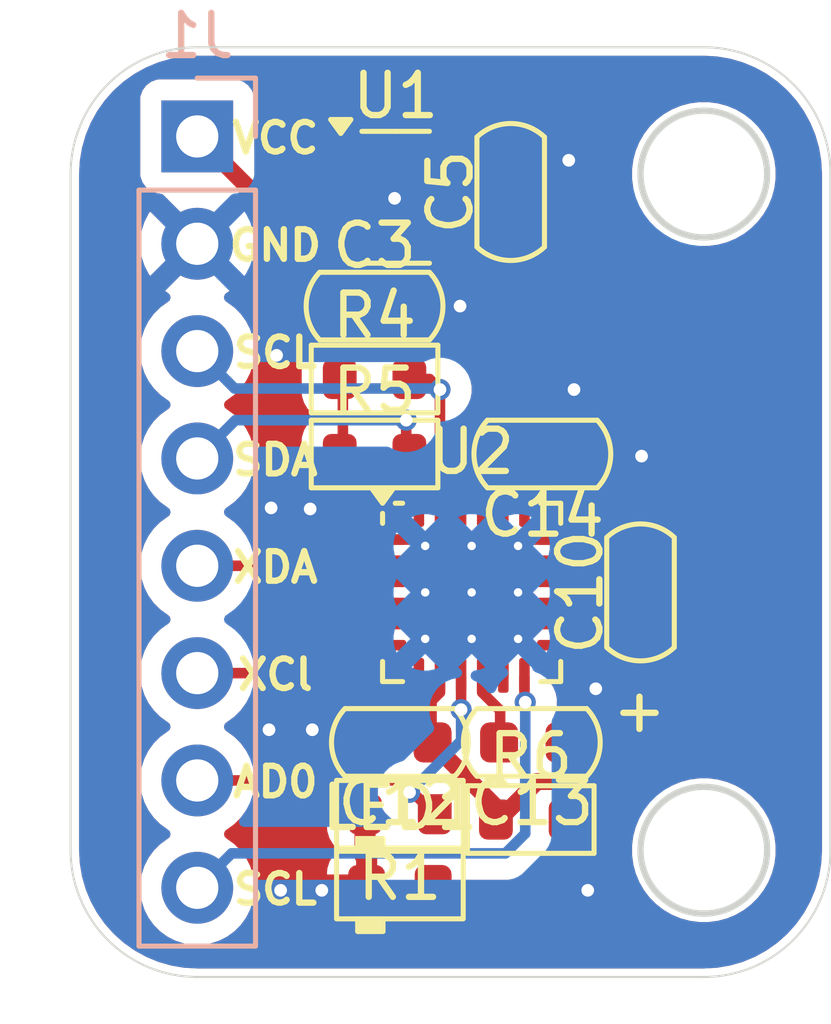
<source format=kicad_pcb>
(kicad_pcb (version 20241229) (generator "pcbnew") (generator_version "9.0")
  (layers (0 "F.Cu" signal) (2 "B.Cu" signal) (13 "F.Paste" user) (15 "B.Paste" user) (5 "F.SilkS" user "F.Silkscreen") (7 "B.SilkS" user "B.Silkscreen") (1 "F.Mask" user) (3 "B.Mask" user) (25 "Edge.Cuts" user))
  (net 0 "")
  (net 1 "+5V")
  (net 2 "GND")
  (net 3 "/SDA")
  (net 4 "/SCL")
  (net 5 "/XDA")
  (net 6 "/XCL")
  (net 7 "/AD0")
  (net 8 "/INT")
  (net 9 "+3.3V")
  (net 10 "Net-(U2-REGOUT)")
  (net 11 "Net-(U2-CPOUT)")
  (net 12 "Net-(LED1-A)")
  (footprint "PCM_Capacitor_SMD_AKL:C_0603_1608Metric" (layer "F.Cu") (at 123.2 81.125)
    (property "Reference" "C3" (at 0 -1.43 0) (layer "F.SilkS"))
    (property "Value" "10uF" (hide yes))
    (fp_line (start -1.3 0.800002) (end 1.3 0.8) (stroke (width 0.12)) (layer "F.SilkS"))
    (fp_line (start 1.3 -0.800002) (end -1.3 -0.8) (stroke (width 0.12)) (layer "F.SilkS"))
    (fp_arc (start -1.3 0.800002) (mid -1.619939 0.000001) (end -1.3 -0.8) (stroke (width 0.12)) (layer "F.SilkS"))
    (fp_arc (start 1.3 -0.800002) (mid 1.619939 -0.000001) (end 1.3 0.8) (stroke (width 0.12)) (layer "F.SilkS"))
    (pad "1" smd roundrect (at -0.775 0) (size 0.9 0.95) (layers "F.Cu" "F.Mask" "F.Paste") (net 1 "+5V"))
    (pad "2" smd roundrect (at 0.775 0) (size 0.9 0.95) (layers "F.Cu" "F.Mask" "F.Paste") (net 2 "GND"))
  )
  (footprint "PCM_Capacitor_SMD_AKL:C_0603_1608Metric" (layer "F.Cu") (at 129.5 87.9 90)
    (property "Reference" "C10" (at 0 -1.43 90) (layer "F.SilkS"))
    (property "Value" "10uF" (hide yes))
    (fp_line (start 1.3 -0.800002) (end -1.3 -0.8) (stroke (width 0.12)) (layer "F.SilkS"))
    (fp_line (start -1.3 0.800002) (end 1.3 0.8) (stroke (width 0.12)) (layer "F.SilkS"))
    (fp_arc (start 1.3 -0.800002) (mid 1.619939 -0.000001) (end 1.3 0.8) (stroke (width 0.12)) (layer "F.SilkS"))
    (fp_arc (start -1.3 0.800002) (mid -1.619939 0.000001) (end -1.3 -0.8) (stroke (width 0.12)) (layer "F.SilkS"))
    (pad "1" smd roundrect (at -0.775 0 90) (size 0.9 0.95) (layers "F.Cu" "F.Mask" "F.Paste") (net 9 "+3.3V"))
    (pad "2" smd roundrect (at 0.775 0 90) (size 0.9 0.95) (layers "F.Cu" "F.Mask" "F.Paste") (net 2 "GND"))
  )
  (footprint "PCM_Capacitor_SMD_AKL:C_0603_1608Metric" (layer "F.Cu") (at 123.8 91.45 180)
    (property "Reference" "C12" (at 0 -1.43 180) (layer "F.SilkS"))
    (property "Value" "100nF" (hide yes))
    (fp_line (start 1.3 -0.800002) (end -1.3 -0.8) (stroke (width 0.12)) (layer "F.SilkS"))
    (fp_line (start -1.3 0.800002) (end 1.3 0.8) (stroke (width 0.12)) (layer "F.SilkS"))
    (fp_arc (start 1.3 -0.800002) (mid 1.619939 -0.000001) (end 1.3 0.8) (stroke (width 0.12)) (layer "F.SilkS"))
    (fp_arc (start -1.3 0.800002) (mid -1.619939 0.000001) (end -1.3 -0.8) (stroke (width 0.12)) (layer "F.SilkS"))
    (pad "1" smd roundrect (at -0.775 0 180) (size 0.9 0.95) (layers "F.Cu" "F.Mask" "F.Paste") (net 9 "+3.3V"))
    (pad "2" smd roundrect (at 0.775 0 180) (size 0.9 0.95) (layers "F.Cu" "F.Mask" "F.Paste") (net 2 "GND"))
  )
  (footprint "PCM_Capacitor_SMD_AKL:C_0603_1608Metric" (layer "F.Cu") (at 126.425 78.425 90)
    (property "Reference" "C5" (at 0 -1.43 90) (layer "F.SilkS"))
    (property "Value" "100nF" (hide yes))
    (fp_line (start 1.3 -0.800002) (end -1.3 -0.8) (stroke (width 0.12)) (layer "F.SilkS"))
    (fp_line (start -1.3 0.800002) (end 1.3 0.8) (stroke (width 0.12)) (layer "F.SilkS"))
    (fp_arc (start 1.3 -0.800002) (mid 1.619939 -0.000001) (end 1.3 0.8) (stroke (width 0.12)) (layer "F.SilkS"))
    (fp_arc (start -1.3 0.800002) (mid -1.619939 0.000001) (end -1.3 -0.8) (stroke (width 0.12)) (layer "F.SilkS"))
    (pad "1" smd roundrect (at -0.775 0 90) (size 0.9 0.95) (layers "F.Cu" "F.Mask" "F.Paste") (net 9 "+3.3V"))
    (pad "2" smd roundrect (at 0.775 0 90) (size 0.9 0.95) (layers "F.Cu" "F.Mask" "F.Paste") (net 2 "GND"))
  )
  (footprint "PCM_Capacitor_SMD_AKL:C_0603_1608Metric" (layer "F.Cu") (at 126.925 91.45 180)
    (property "Reference" "C13" (at 0 -1.43 0) (layer "F.SilkS"))
    (property "Value" "100nF" (hide yes))
    (fp_line (start 1.3 -0.800002) (end -1.3 -0.8) (stroke (width 0.12)) (layer "F.SilkS"))
    (fp_line (start -1.3 0.800002) (end 1.3 0.8) (stroke (width 0.12)) (layer "F.SilkS"))
    (fp_arc (start 1.3 -0.800002) (mid 1.619939 -0.000001) (end 1.3 0.8) (stroke (width 0.12)) (layer "F.SilkS"))
    (fp_arc (start -1.3 0.800002) (mid -1.619939 0.000001) (end -1.3 -0.8) (stroke (width 0.12)) (layer "F.SilkS"))
    (pad "1" smd roundrect (at -0.775 0 180) (size 0.9 0.95) (layers "F.Cu" "F.Mask" "F.Paste") (net 2 "GND"))
    (pad "2" smd roundrect (at 0.775 0 180) (size 0.9 0.95) (layers "F.Cu" "F.Mask" "F.Paste") (net 10 "Net-(U2-REGOUT)"))
  )
  (footprint "PCM_Capacitor_SMD_AKL:C_0603_1608Metric" (layer "F.Cu") (at 127.175 84.625 180)
    (property "Reference" "C14" (at 0 -1.43 180) (layer "F.SilkS"))
    (property "Value" "2.2nF" (hide yes))
    (fp_line (start 1.3 -0.800002) (end -1.3 -0.8) (stroke (width 0.12)) (layer "F.SilkS"))
    (fp_line (start -1.3 0.800002) (end 1.3 0.8) (stroke (width 0.12)) (layer "F.SilkS"))
    (fp_arc (start 1.3 -0.800002) (mid 1.619939 -0.000001) (end 1.3 0.8) (stroke (width 0.12)) (layer "F.SilkS"))
    (fp_arc (start -1.3 0.800002) (mid -1.619939 0.000001) (end -1.3 -0.8) (stroke (width 0.12)) (layer "F.SilkS"))
    (pad "1" smd roundrect (at -0.775 0 180) (size 0.9 0.95) (layers "F.Cu" "F.Mask" "F.Paste") (net 2 "GND"))
    (pad "2" smd roundrect (at 0.775 0 180) (size 0.9 0.95) (layers "F.Cu" "F.Mask" "F.Paste") (net 11 "Net-(U2-CPOUT)"))
  )
  (footprint "PCM_Resistor_SMD_AKL:R_0603_1608Metric" (layer "F.Cu") (at 123.8 93.15 180)
    (property "Reference" "R1" (at 0 -1.5 180) (layer "F.SilkS"))
    (property "Value" "4.7K" (hide yes))
    (fp_line (start 1.5 0.8) (end 1.5 -0.8) (stroke (width 0.12)) (layer "F.SilkS"))
    (fp_line (start 1.5 -0.8) (end -1.5 -0.8) (stroke (width 0.12)) (layer "F.SilkS"))
    (fp_line (start -1.5 0.8) (end 1.5 0.8) (stroke (width 0.12)) (layer "F.SilkS"))
    (fp_line (start -1.5 -0.8) (end -1.5 0.8) (stroke (width 0.12)) (layer "F.SilkS"))
    (pad "1" smd roundrect (at -0.825 0 180) (size 0.8 0.95) (layers "F.Cu" "F.Mask" "F.Paste") (net 7 "/AD0"))
    (pad "2" smd roundrect (at 0.825 0 180) (size 0.8 0.95) (layers "F.Cu" "F.Mask" "F.Paste") (net 2 "GND"))
  )
  (footprint "Package_TO_SOT_SMD:SOT-23-5" (layer "F.Cu") (at 123.7 78.55)
    (property "Reference" "U1" (at 0 -2.4 0) (layer "F.SilkS"))
    (property "Value" "SPX3819M5-L-3-3")
    (fp_line (start 0 -1.56) (end -0.8 -1.56) (stroke (width 0.12)) (layer "F.SilkS"))
    (fp_line (start 0 -1.56) (end 0.8 -1.56) (stroke (width 0.12)) (layer "F.SilkS"))
    (fp_line (start 0 1.56) (end -0.8 1.56) (stroke (width 0.12)) (layer "F.SilkS"))
    (fp_line (start 0 1.56) (end 0.8 1.56) (stroke (width 0.12)) (layer "F.SilkS"))
    (fp_poly (pts (xy -1.3 -1.51) (xy -1.54 -1.84) (xy -1.06 -1.84)) (stroke (width 0.12)) (fill yes) (layer "F.SilkS"))
    (pad "1" smd roundrect (at -1.1375 -0.95) (size 1.325 0.6) (layers "F.Cu" "F.Mask" "F.Paste") (net 1 "+5V"))
    (pad "2" smd roundrect (at -1.1375 0) (size 1.325 0.6) (layers "F.Cu" "F.Mask" "F.Paste") (net 2 "GND"))
    (pad "3" smd roundrect (at -1.1375 0.95) (size 1.325 0.6) (layers "F.Cu" "F.Mask" "F.Paste") (net 1 "+5V"))
    (pad "4" smd roundrect (at 1.1375 0.95) (size 1.325 0.6) (layers "F.Cu" "F.Mask" "F.Paste"))
    (pad "5" smd roundrect (at 1.1375 -0.95) (size 1.325 0.6) (layers "F.Cu" "F.Mask" "F.Paste") (net 9 "+3.3V"))
  )
  (footprint "Package_DFN_QFN:QFN-24-1EP_4x4mm_P0.5mm_EP2.7x2.7mm_ThermalVias" (layer "F.Cu") (at 125.5 87.9)
    (property "Reference" "U2" (at 0 -3.33 0) (layer "F.SilkS"))
    (property "Value" "MPU-6050")
    (fp_line (start -2.11 -1.635) (end -2.11 -1.87) (stroke (width 0.12)) (layer "F.SilkS"))
    (fp_line (start -2.11 2.11) (end -2.11 1.635) (stroke (width 0.12)) (layer "F.SilkS"))
    (fp_line (start -1.635 -2.11) (end -1.81 -2.11) (stroke (width 0.12)) (layer "F.SilkS"))
    (fp_line (start -1.635 2.11) (end -2.11 2.11) (stroke (width 0.12)) (layer "F.SilkS"))
    (fp_line (start 1.635 -2.11) (end 2.11 -2.11) (stroke (width 0.12)) (layer "F.SilkS"))
    (fp_line (start 1.635 2.11) (end 2.11 2.11) (stroke (width 0.12)) (layer "F.SilkS"))
    (fp_line (start 2.11 -2.11) (end 2.11 -1.635) (stroke (width 0.12)) (layer "F.SilkS"))
    (fp_line (start 2.11 2.11) (end 2.11 1.635) (stroke (width 0.12)) (layer "F.SilkS"))
    (fp_poly (pts (xy -2.11 -2.11) (xy -2.35 -2.44) (xy -1.87 -2.44)) (stroke (width 0.12)) (fill yes) (layer "F.SilkS"))
    (pad "1" smd roundrect (at -1.9625 -1.25) (size 0.825 0.25) (layers "F.Cu" "F.Mask" "F.Paste") (net 2 "GND"))
    (pad "2" smd roundrect (at -1.9625 -0.75) (size 0.825 0.25) (layers "F.Cu" "F.Mask" "F.Paste"))
    (pad "3" smd roundrect (at -1.9625 -0.25) (size 0.825 0.25) (layers "F.Cu" "F.Mask" "F.Paste"))
    (pad "4" smd roundrect (at -1.9625 0.25) (size 0.825 0.25) (layers "F.Cu" "F.Mask" "F.Paste"))
    (pad "5" smd roundrect (at -1.9625 0.75) (size 0.825 0.25) (layers "F.Cu" "F.Mask" "F.Paste"))
    (pad "6" smd roundrect (at -1.9625 1.25) (size 0.825 0.25) (layers "F.Cu" "F.Mask" "F.Paste") (net 5 "/XDA"))
    (pad "7" smd roundrect (at -1.25 1.9625) (size 0.25 0.825) (layers "F.Cu" "F.Mask" "F.Paste") (net 6 "/XCL"))
    (pad "8" smd roundrect (at -0.75 1.9625) (size 0.25 0.825) (layers "F.Cu" "F.Mask" "F.Paste") (net 9 "+3.3V"))
    (pad "9" smd roundrect (at -0.25 1.9625) (size 0.25 0.825) (layers "F.Cu" "F.Mask" "F.Paste") (net 7 "/AD0"))
    (pad "10" smd roundrect (at 0.25 1.9625) (size 0.25 0.825) (layers "F.Cu" "F.Mask" "F.Paste") (net 10 "Net-(U2-REGOUT)"))
    (pad "11" smd roundrect (at 0.75 1.9625) (size 0.25 0.825) (layers "F.Cu" "F.Mask" "F.Paste") (net 2 "GND"))
    (pad "12" smd roundrect (at 1.25 1.9625) (size 0.25 0.825) (layers "F.Cu" "F.Mask" "F.Paste") (net 8 "/INT"))
    (pad "13" smd roundrect (at 1.9625 1.25) (size 0.825 0.25) (layers "F.Cu" "F.Mask" "F.Paste") (net 9 "+3.3V"))
    (pad "14" smd roundrect (at 1.9625 0.75) (size 0.825 0.25) (layers "F.Cu" "F.Mask" "F.Paste"))
    (pad "15" smd roundrect (at 1.9625 0.25) (size 0.825 0.25) (layers "F.Cu" "F.Mask" "F.Paste"))
    (pad "16" smd roundrect (at 1.9625 -0.25) (size 0.825 0.25) (layers "F.Cu" "F.Mask" "F.Paste"))
    (pad "17" smd roundrect (at 1.9625 -0.75) (size 0.825 0.25) (layers "F.Cu" "F.Mask" "F.Paste"))
    (pad "18" smd roundrect (at 1.9625 -1.25) (size 0.825 0.25) (layers "F.Cu" "F.Mask" "F.Paste") (net 2 "GND"))
    (pad "19" smd roundrect (at 1.25 -1.9625) (size 0.25 0.825) (layers "F.Cu" "F.Mask" "F.Paste"))
    (pad "20" smd roundrect (at 0.75 -1.9625) (size 0.25 0.825) (layers "F.Cu" "F.Mask" "F.Paste") (net 11 "Net-(U2-CPOUT)"))
    (pad "21" smd roundrect (at 0.25 -1.9625) (size 0.25 0.825) (layers "F.Cu" "F.Mask" "F.Paste"))
    (pad "22" smd roundrect (at -0.25 -1.9625) (size 0.25 0.825) (layers "F.Cu" "F.Mask" "F.Paste"))
    (pad "23" smd roundrect (at -0.75 -1.9625) (size 0.25 0.825) (layers "F.Cu" "F.Mask" "F.Paste") (net 4 "/SCL"))
    (pad "24" smd roundrect (at -1.25 -1.9625) (size 0.25 0.825) (layers "F.Cu" "F.Mask" "F.Paste") (net 3 "/SDA"))
    (pad "25" thru_hole circle (at -1.1 -1.1) (size 0.5 0.5) (drill 0.2) (property pad_prop_heatsink) (layers "*.Cu") (net 2 "GND"))
    (pad "25" thru_hole circle (at -1.1 0) (size 0.5 0.5) (drill 0.2) (property pad_prop_heatsink) (layers "*.Cu") (net 2 "GND"))
    (pad "25" thru_hole circle (at -1.1 1.1) (size 0.5 0.5) (drill 0.2) (property pad_prop_heatsink) (layers "*.Cu") (net 2 "GND"))
    (pad "25" thru_hole circle (at 0 -1.1) (size 0.5 0.5) (drill 0.2) (property pad_prop_heatsink) (layers "*.Cu") (net 2 "GND"))
    (pad "25" thru_hole circle (at 0 0) (size 0.5 0.5) (drill 0.2) (property pad_prop_heatsink) (layers "*.Cu") (net 2 "GND"))
    (pad "25" smd rect (at 0 0) (size 2.7 2.7) (property pad_prop_heatsink) (layers "F.Cu" "F.Mask") (net 2 "GND"))
    (pad "25" smd rect (at 0 0) (size 2.7 2.7) (property pad_prop_heatsink) (layers "B.Cu") (net 2 "GND"))
    (pad "25" thru_hole circle (at 0 1.1) (size 0.5 0.5) (drill 0.2) (property pad_prop_heatsink) (layers "*.Cu") (net 2 "GND"))
    (pad "25" thru_hole circle (at 1.1 -1.1) (size 0.5 0.5) (drill 0.2) (property pad_prop_heatsink) (layers "*.Cu") (net 2 "GND"))
    (pad "25" thru_hole circle (at 1.1 0) (size 0.5 0.5) (drill 0.2) (property pad_prop_heatsink) (layers "*.Cu") (net 2 "GND"))
    (pad "25" thru_hole circle (at 1.1 1.1) (size 0.5 0.5) (drill 0.2) (property pad_prop_heatsink) (layers "*.Cu") (net 2 "GND"))
  )
  (footprint "PCM_Resistor_SMD_AKL:R_0603_1608Metric" (layer "F.Cu") (at 123.2 84.625)
    (property "Reference" "R5" (at 0 -1.5 0) (layer "F.SilkS"))
    (property "Value" "4.7K" (hide yes))
    (fp_line (start -1.5 -0.8) (end -1.5 0.8) (stroke (width 0.12)) (layer "F.SilkS"))
    (fp_line (start -1.5 0.8) (end 1.5 0.8) (stroke (width 0.12)) (layer "F.SilkS"))
    (fp_line (start 1.5 -0.8) (end -1.5 -0.8) (stroke (width 0.12)) (layer "F.SilkS"))
    (fp_line (start 1.5 0.8) (end 1.5 -0.8) (stroke (width 0.12)) (layer "F.SilkS"))
    (pad "1" smd roundrect (at -0.825 0) (size 0.8 0.95) (layers "F.Cu" "F.Mask" "F.Paste") (net 9 "+3.3V"))
    (pad "2" smd roundrect (at 0.825 0) (size 0.8 0.95) (layers "F.Cu" "F.Mask" "F.Paste") (net 3 "/SDA"))
  )
  (footprint "PCM_Resistor_SMD_AKL:R_0603_1608Metric" (layer "F.Cu") (at 123.2 82.85)
    (property "Reference" "R4" (at 0 -1.5 0) (layer "F.SilkS"))
    (property "Value" "4.7K" (hide yes))
    (fp_line (start -1.5 -0.8) (end -1.5 0.8) (stroke (width 0.12)) (layer "F.SilkS"))
    (fp_line (start -1.5 0.8) (end 1.5 0.8) (stroke (width 0.12)) (layer "F.SilkS"))
    (fp_line (start 1.5 -0.8) (end -1.5 -0.8) (stroke (width 0.12)) (layer "F.SilkS"))
    (fp_line (start 1.5 0.8) (end 1.5 -0.8) (stroke (width 0.12)) (layer "F.SilkS"))
    (pad "1" smd roundrect (at -0.825 0) (size 0.8 0.95) (layers "F.Cu" "F.Mask" "F.Paste") (net 9 "+3.3V"))
    (pad "2" smd roundrect (at 0.825 0) (size 0.8 0.95) (layers "F.Cu" "F.Mask" "F.Paste") (net 4 "/SCL"))
  )
  (footprint "PCM_LED_SMD_AKL:LED_0603_1608Metric" (layer "F.Cu") (at 123.8 94.825)
    (property "Reference" "LED1" (at 0 -1.83 0) (layer "F.SilkS"))
    (property "Value" "LED_0603" (hide yes))
    (fp_rect (start -1.5 -0.8) (end 1.5 0.8) (stroke (width 0.12)) (fill no) (layer "F.SilkS"))
    (fp_rect (start -1 -1.1) (end -0.4 -0.8) (stroke (width 0.12)) (fill yes) (layer "F.SilkS"))
    (fp_rect (start -1 0.8) (end -0.4 1.1) (stroke (width 0.12)) (fill yes) (layer "F.SilkS"))
    (pad "1" smd roundrect (at -0.7875 0) (size 0.875 0.95) (layers "F.Cu" "F.Mask" "F.Paste") (net 2 "GND"))
    (pad "2" smd roundrect (at 0.7875 0) (size 0.875 0.95) (layers "F.Cu" "F.Mask" "F.Paste") (net 12 "Net-(LED1-A)"))
  )
  (footprint "PCM_Resistor_SMD_AKL:R_0603_1608Metric" (layer "F.Cu") (at 126.9 93.275)
    (property "Reference" "R6" (at 0 -1.5 0) (layer "F.SilkS"))
    (property "Value" "10K" (hide yes))
    (fp_line (start -1.5 -0.8) (end -1.5 0.8) (stroke (width 0.12)) (layer "F.SilkS"))
    (fp_line (start -1.5 0.8) (end 1.5 0.8) (stroke (width 0.12)) (layer "F.SilkS"))
    (fp_line (start 1.5 -0.8) (end -1.5 -0.8) (stroke (width 0.12)) (layer "F.SilkS"))
    (fp_line (start 1.5 0.8) (end 1.5 -0.8) (stroke (width 0.12)) (layer "F.SilkS"))
    (pad "1" smd roundrect (at -0.825 0) (size 0.8 0.95) (layers "F.Cu" "F.Mask" "F.Paste") (net 9 "+3.3V"))
    (pad "2" smd roundrect (at 0.825 0) (size 0.8 0.95) (layers "F.Cu" "F.Mask" "F.Paste") (net 12 "Net-(LED1-A)"))
  )
  (footprint "Connector_PinHeader_2.54mm:PinHeader_1x08_P2.54mm_Vertical" (layer "B.Cu") (at 119 77.11 180)
    (property "Reference" "J1" (at 0 2.38 0) (layer "B.SilkS") (effects (justify mirror)))
    (property "Value" "Conn_01x08")
    (fp_line (start 1.38 -1.27) (end 1.38 -19.16) (stroke (width 0.12)) (layer "B.SilkS"))
    (fp_line (start -1.38 1.38) (end 0 1.38) (stroke (width 0.12)) (layer "B.SilkS"))
    (fp_line (start -1.38 0) (end -1.38 1.38) (stroke (width 0.12)) (layer "B.SilkS"))
    (fp_line (start -1.38 -1.27) (end 1.38 -1.27) (stroke (width 0.12)) (layer "B.SilkS"))
    (fp_line (start -1.38 -1.27) (end -1.38 -19.16) (stroke (width 0.12)) (layer "B.SilkS"))
    (fp_line (start -1.38 -19.16) (end 1.38 -19.16) (stroke (width 0.12)) (layer "B.SilkS"))
    (pad "1" thru_hole rect (at 0 0 180) (size 1.7 1.7) (drill 1) (layers "*.Cu" "*.Mask") (net 1 "+5V"))
    (pad "2" thru_hole circle (at 0 -2.54 180) (size 1.7 1.7) (drill 1) (layers "*.Cu" "*.Mask") (net 2 "GND"))
    (pad "3" thru_hole circle (at 0 -5.08 180) (size 1.7 1.7) (drill 1) (layers "*.Cu" "*.Mask") (net 4 "/SCL"))
    (pad "4" thru_hole circle (at 0 -7.62 180) (size 1.7 1.7) (drill 1) (layers "*.Cu" "*.Mask") (net 3 "/SDA"))
    (pad "5" thru_hole circle (at 0 -10.16 180) (size 1.7 1.7) (drill 1) (layers "*.Cu" "*.Mask") (net 5 "/XDA"))
    (pad "6" thru_hole circle (at 0 -12.7 180) (size 1.7 1.7) (drill 1) (layers "*.Cu" "*.Mask") (net 6 "/XCL"))
    (pad "7" thru_hole circle (at 0 -15.24 180) (size 1.7 1.7) (drill 1) (layers "*.Cu" "*.Mask") (net 7 "/AD0"))
    (pad "8" thru_hole circle (at 0 -17.78 180) (size 1.7 1.7) (drill 1) (layers "*.Cu" "*.Mask") (net 8 "/INT"))
  )
  (gr_circle (center 131 94) (end 131 95.5) (stroke (width 0.15)) (fill no) (layer "Edge.Cuts"))
  (gr_arc (start 119 97) (mid 116.87868 96.12132) (end 116 94) (stroke (width 0.05)) (layer "Edge.Cuts"))
  (gr_line (start 119 75) (end 131 75) (stroke (width 0.05)) (layer "Edge.Cuts"))
  (gr_arc (start 131 75) (mid 133.12132 75.87868) (end 134 78) (stroke (width 0.05)) (layer "Edge.Cuts"))
  (gr_circle (center 131 78) (end 132.5 78) (stroke (width 0.15)) (fill no) (layer "Edge.Cuts"))
  (gr_line (start 131 97) (end 119 97) (stroke (width 0.05)) (layer "Edge.Cuts"))
  (gr_line (start 134 78) (end 134 94) (stroke (width 0.05)) (layer "Edge.Cuts"))
  (gr_arc (start 134 94) (mid 133.12132 96.12132) (end 131 97) (stroke (width 0.05)) (layer "Edge.Cuts"))
  (gr_arc (start 116 78) (mid 116.87868 75.87868) (end 119 75) (stroke (width 0.05)) (layer "Edge.Cuts"))
  (gr_line (start 116 94) (end 116 78) (stroke (width 0.05)) (layer "Edge.Cuts"))
  (gr_text "SCL" (at 120.85 82.22857 0) (layer "F.SilkS") (effects (font (size 0.7 0.7))))
  (gr_text "SCL" (at 120.85 94.925 0) (layer "F.SilkS") (effects (font (size 0.7 0.7))))
  (gr_text "VCC" (at 120.85 77.15 0) (layer "F.SilkS") (effects (font (size 0.7 0.7))))
  (gr_text "GND" (at 120.85 79.689285 0) (layer "F.SilkS") (effects (font (size 0.7 0.7))))
  (gr_text "+" (at 129.475 90.675 0) (layer "F.SilkS") (effects (font (size 1 1))))
  (gr_text "XDA" (at 120.85 87.30714 0) (layer "F.SilkS") (effects (font (size 0.7 0.7))))
  (gr_text "SDA" (at 120.85 84.767855 0) (layer "F.SilkS") (effects (font (size 0.7 0.7))))
  (gr_text "XCl" (at 120.85 89.846425 0) (layer "F.SilkS") (effects (font (size 0.7 0.7))))
  (gr_text "AD0" (at 120.85 92.38571 0) (layer "F.SilkS") (effects (font (size 0.7 0.7))))
  (segment (start 121.725 77.6) (end 121.3 78.025) (width 0.4) (layer "F.Cu") (net 1))
  (segment (start 121.225 81.125) (end 122.45 81.125) (width 0.4) (layer "F.Cu") (net 1))
  (segment (start 121.3 78.025) (end 121.3 79.1) (width 0.4) (layer "F.Cu") (net 1))
  (segment (start 122.6 79.5) (end 122.6 80.975) (width 0.4) (layer "F.Cu") (net 1))
  (segment (start 121.3 79.1) (end 121.7 79.5) (width 0.4) (layer "F.Cu") (net 1))
  (segment (start 120.55 80.45) (end 121.225 81.125) (width 0.4) (layer "F.Cu") (net 1))
  (segment (start 121.7 79.5) (end 122.6 79.5) (width 0.4) (layer "F.Cu") (net 1))
  (segment (start 119 77.11) (end 120.55 78.66) (width 0.4) (layer "F.Cu") (net 1))
  (segment (start 122.6 77.6) (end 121.725 77.6) (width 0.4) (layer "F.Cu") (net 1))
  (segment (start 120.55 78.66) (end 120.55 80.45) (width 0.4) (layer "F.Cu") (net 1))
  (segment (start 122.6 80.975) (end 122.45 81.125) (width 0.4) (layer "F.Cu") (net 1))
  (segment (start 124.25 86.65) (end 125.05 87.45) (width 0.25) (layer "F.Cu") (net 2))
  (segment (start 125.95 88.4) (end 126.25 88.7) (width 0.25) (layer "F.Cu") (net 2))
  (segment (start 126.25 88.7) (end 126.25 89.9) (width 0.25) (layer "F.Cu") (net 2))
  (segment (start 123.5 86.65) (end 124.25 86.65) (width 0.25) (layer "F.Cu") (net 2))
  (segment (start 127.5 86.65) (end 126.725 86.65) (width 0.25) (layer "F.Cu") (net 2))
  (segment (start 122.6 78.55) (end 123.65 78.55) (width 0.25) (layer "F.Cu") (net 2))
  (segment (start 126.725 86.65) (end 125.925 87.45) (width 0.25) (layer "F.Cu") (net 2))
  (segment (start 123.65 78.55) (end 123.675 78.575) (width 0.25) (layer "F.Cu") (net 2))
  (via (at 128.44 90.18) (size 0.5) (drill 0.3) (layers "F.Cu" "B.Cu") (net 2))
  (via (at 123.675 78.575) (size 0.5) (drill 0.3) (layers "F.Cu" "B.Cu") (net 2))
  (via (at 120.75 85.9) (size 0.5) (drill 0.3) (layers "F.Cu" "B.Cu") (net 2))
  (via (at 120.88 82.29) (size 0.5) (drill 0.3) (layers "F.Cu" "B.Cu") (net 2))
  (via (at 129.525 84.675) (size 0.5) (drill 0.3) (layers "F.Cu" "B.Cu") (net 2))
  (via (at 121.725 91.15) (size 0.5) (drill 0.3) (layers "F.Cu" "B.Cu") (net 2))
  (via (at 121.95 94.95) (size 0.5) (drill 0.3) (layers "F.Cu" "B.Cu") (net 2))
  (via (at 120.975 94.95) (size 0.5) (drill 0.3) (layers "F.Cu" "B.Cu") (net 2))
  (via (at 125.225 81.125) (size 0.5) (drill 0.3) (layers "F.Cu" "B.Cu") (net 2))
  (via (at 127.925 83.1) (size 0.5) (drill 0.3) (layers "F.Cu" "B.Cu") (net 2))
  (via (at 121.675 85.925) (size 0.5) (drill 0.3) (layers "F.Cu" "B.Cu") (net 2))
  (via (at 120.7 91.15) (size 0.5) (drill 0.3) (layers "F.Cu" "B.Cu") (net 2))
  (via (at 128.25 94.95) (size 0.5) (drill 0.3) (layers "F.Cu" "B.Cu") (net 2))
  (via (at 127.8 77.675) (size 0.5) (drill 0.3) (layers "F.Cu" "B.Cu") (net 2))
  (segment (start 123.95 84.625) (end 123.95 83.825) (width 0.25) (layer "F.Cu") (net 3))
  (segment (start 123.95 84.625) (end 123.95 84.9) (width 0.25) (layer "F.Cu") (net 3))
  (segment (start 124.25 85.2) (end 124.25 85.9) (width 0.25) (layer "F.Cu") (net 3))
  (segment (start 123.95 84.9) (end 124.25 85.2) (width 0.25) (layer "F.Cu") (net 3))
  (via (at 123.95 83.825) (size 0.5) (drill 0.3) (layers "F.Cu" "B.Cu") (net 3))
  (segment (start 119.905 83.825) (end 119 84.73) (width 0.25) (layer "B.Cu") (net 3))
  (segment (start 123.95 83.825) (end 119.905 83.825) (width 0.25) (layer "B.Cu") (net 3))
  (segment (start 124.499998 82.85) (end 124.75 83.100002) (width 0.25) (layer "F.Cu") (net 4))
  (segment (start 123.95 82.85) (end 124.499998 82.85) (width 0.25) (layer "F.Cu") (net 4))
  (segment (start 123.95 82.85) (end 123.95 82.9) (width 0.25) (layer "F.Cu") (net 4))
  (segment (start 124.75 85.9) (end 124.75 83.100002) (width 0.25) (layer "F.Cu") (net 4))
  (via (at 124.75 83.100002) (size 0.5) (drill 0.3) (layers "F.Cu" "B.Cu") (net 4))
  (segment (start 119.885 83.075) (end 124.724998 83.075) (width 0.25) (layer "B.Cu") (net 4))
  (segment (start 124.724998 83.075) (end 124.75 83.100002) (width 0.25) (layer "B.Cu") (net 4))
  (segment (start 119 82.19) (end 119.885 83.075) (width 0.25) (layer "B.Cu") (net 4))
  (segment (start 122.775 89.15) (end 123.5 89.15) (width 0.25) (layer "F.Cu") (net 5))
  (segment (start 120.895 87.27) (end 122.775 89.15) (width 0.25) (layer "F.Cu") (net 5))
  (segment (start 119 87.27) (end 120.895 87.27) (width 0.25) (layer "F.Cu") (net 5))
  (segment (start 124.16 89.81) (end 124.25 89.9) (width 0.25) (layer "F.Cu") (net 6))
  (segment (start 119 89.81) (end 124.16 89.81) (width 0.25) (layer "F.Cu") (net 6))
  (segment (start 123.75 92.35) (end 119 92.35) (width 0.25) (layer "F.Cu") (net 7))
  (segment (start 124.105 92.63) (end 124.625 93.15) (width 0.25) (layer "F.Cu") (net 7))
  (segment (start 125.25 89.9) (end 125.25 90.674998) (width 0.25) (layer "F.Cu") (net 7))
  (segment (start 124.03 92.63) (end 124.105 92.63) (width 0.25) (layer "F.Cu") (net 7))
  (segment (start 124.03 92.63) (end 123.75 92.35) (width 0.25) (layer "F.Cu") (net 7))
  (segment (start 125.25 90.674998) (end 125.250001 90.674999) (width 0.25) (layer "F.Cu") (net 7))
  (via (at 124.03 92.63) (size 0.5) (drill 0.3) (layers "F.Cu" "B.Cu") (net 7))
  (via (at 125.250001 90.674999) (size 0.5) (drill 0.3) (layers "F.Cu" "B.Cu") (net 7))
  (segment (start 124.03 92.63) (end 125.25 91.41) (width 0.25) (layer "B.Cu") (net 7))
  (segment (start 125.25 91.41) (end 125.250001 90.674999) (width 0.25) (layer "B.Cu") (net 7))
  (segment (start 126.75 89.9) (end 126.75 90.479661) (width 0.25) (layer "F.Cu") (net 8))
  (segment (start 126.75 90.479661) (end 126.76921 90.498871) (width 0.25) (layer "F.Cu") (net 8))
  (via (at 126.76921 90.498871) (size 0.5) (drill 0.3) (layers "F.Cu" "B.Cu") (net 8))
  (segment (start 126.3 94.075) (end 119.815 94.075) (width 0.25) (layer "B.Cu") (net 8))
  (segment (start 126.76921 90.498871) (end 126.76921 93.60579) (width 0.25) (layer "B.Cu") (net 8))
  (segment (start 126.76921 93.60579) (end 126.3 94.075) (width 0.25) (layer "B.Cu") (net 8))
  (segment (start 119.815 94.075) (end 119 94.89) (width 0.25) (layer "B.Cu") (net 8))
  (segment (start 129.9 89.4) (end 129.5 89.4) (width 0.4) (layer "F.Cu") (net 9))
  (segment (start 132.025 81.95) (end 132.025 87.275) (width 0.4) (layer "F.Cu") (net 9))
  (segment (start 128.975 92.375) (end 129.5 91.85) (width 0.4) (layer "F.Cu") (net 9))
  (segment (start 124.85 77.6) (end 126.425 79.175) (width 0.4) (layer "F.Cu") (net 9))
  (segment (start 122.45 82.85) (end 122.45 84.625) (width 0.25) (layer "F.Cu") (net 9))
  (segment (start 124.75 90.267623) (end 124.55 90.467623) (width 0.25) (layer "F.Cu") (net 9))
  (segment (start 127.5 89.15) (end 129.25 89.15) (width 0.3) (layer "F.Cu") (net 9))
  (segment (start 122.45 82.85) (end 122.45 82.575) (width 0.25) (layer "F.Cu") (net 9))
  (segment (start 126.425 79.175) (end 129.25 79.175) (width 0.4) (layer "F.Cu") (net 9))
  (segment (start 123 82.025) (end 125.65 82.025) (width 0.25) (layer "F.Cu") (net 9))
  (segment (start 125.65 82.025) (end 126.425 81.25) (width 0.25) (layer "F.Cu") (net 9))
  (segment (start 126.425 81.25) (end 126.425 79.175) (width 0.25) (layer "F.Cu") (net 9))
  (segment (start 124.55 91.45) (end 126.15 93.05) (width 0.4) (layer "F.Cu") (net 9))
  (segment (start 124.75 91.25) (end 124.55 91.45) (width 0.25) (layer "F.Cu") (net 9))
  (segment (start 124.55 90.467623) (end 124.55 91.45) (width 0.25) (layer "F.Cu") (net 9))
  (segment (start 127.05 92.375) (end 128.975 92.375) (width 0.4) (layer "F.Cu") (net 9))
  (segment (start 124.75 89.9) (end 124.75 90.267623) (width 0.25) (layer "F.Cu") (net 9))
  (segment (start 132.025 87.275) (end 129.9 89.4) (width 0.4) (layer "F.Cu") (net 9))
  (segment (start 129.25 79.175) (end 132.025 81.95) (width 0.4) (layer "F.Cu") (net 9))
  (segment (start 122.45 82.575) (end 123 82.025) (width 0.25) (layer "F.Cu") (net 9))
  (segment (start 124.8 77.6) (end 124.85 77.6) (width 0.4) (layer "F.Cu") (net 9))
  (segment (start 129.5 91.85) (end 129.5 89.4) (width 0.4) (layer "F.Cu") (net 9))
  (segment (start 126.15 93.275) (end 127.05 92.375) (width 0.4) (layer "F.Cu") (net 9))
  (segment (start 126.15 93.05) (end 126.15 93.275) (width 0.4) (layer "F.Cu") (net 9))
  (segment (start 129.25 89.15) (end 129.5 89.4) (width 0.3) (layer "F.Cu") (net 9))
  (segment (start 125.75 89.9) (end 125.75 90.267623) (width 0.25) (layer "F.Cu") (net 10))
  (segment (start 126.175 90.692623) (end 126.175 91.45) (width 0.25) (layer "F.Cu") (net 10))
  (segment (start 125.75 90.267623) (end 126.175 90.692623) (width 0.25) (layer "F.Cu") (net 10))
  (segment (start 126.25 84.8) (end 126.25 85.9) (width 0.25) (layer "F.Cu") (net 11))
  (segment (start 126.425 84.625) (end 126.25 84.8) (width 0.25) (layer "F.Cu") (net 11))
  (segment (start 124.6 94.825) (end 127.075 94.825) (width 0.25) (layer "F.Cu") (net 12))
  (segment (start 127.65 94.25) (end 127.65 93.275) (width 0.25) (layer "F.Cu") (net 12))
  (segment (start 127.075 94.825) (end 127.65 94.25) (width 0.25) (layer "F.Cu") (net 12))
  (zone (net 0) (net_name "") (layer "F.Cu") (connect_pads (clearance 0)) (min_thickness 0.254)
    (keepout (tracks allowed) (vias allowed) (pads allowed) (copperpour not_allowed) (footprints allowed))
    (fill (thermal_gap 0.508) (thermal_bridge_width 0.508))
    (polygon (pts (xy 123.6 85.325) (xy 122.8 85.325) (xy 122.8 85.025) (xy 123.6 85.025)))
  )
  (zone (net 2) (net_name "GND") (layers "F.Cu" "B.Cu") (name "GND") (priority 3) (connect_pads (clearance 0.5)) (min_thickness 0.25) (fill yes (thermal_gap 0.5) (thermal_bridge_width 0.5))
    (polygon (pts (xy 134 97) (xy 116 97) (xy 116 75) (xy 134 75)))
  )
)
</source>
